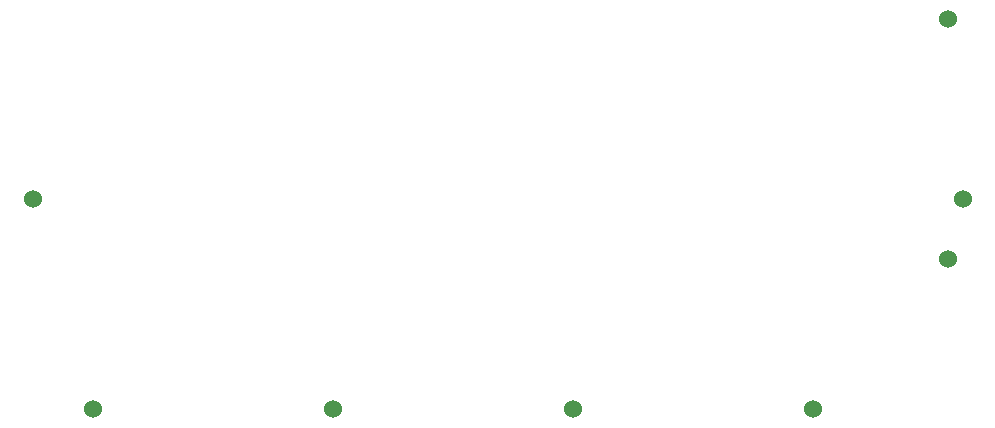
<source format=gbr>
G04 EAGLE Gerber RS-274X export*
G75*
%MOMM*%
%FSLAX34Y34*%
%LPD*%
%INVias*%
%IPPOS*%
%AMOC8*
5,1,8,0,0,1.08239X$1,22.5*%
G01*
%ADD10C,1.524000*%


D10*
X800100Y190500D03*
X12700Y190500D03*
X787400Y139700D03*
X63500Y12700D03*
X266700Y12700D03*
X469900Y12700D03*
X673100Y12700D03*
X787400Y342900D03*
M02*

</source>
